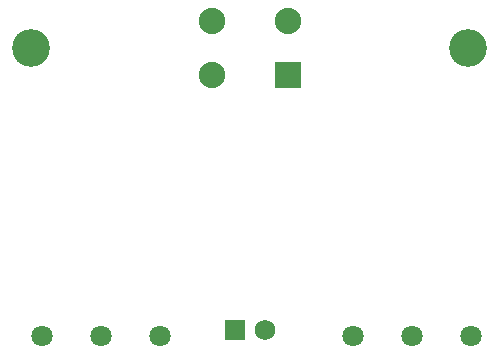
<source format=gbs>
G04 Layer_Color=16711935*
%FSLAX24Y24*%
%MOIN*%
G70*
G01*
G75*
%ADD39C,0.1261*%
%ADD40C,0.0710*%
%ADD41R,0.0680X0.0680*%
%ADD42C,0.0680*%
%ADD43C,0.0880*%
%ADD44R,0.0880X0.0880*%
D39*
X52756Y36614D02*
D03*
X38189D02*
D03*
D40*
X40541Y27018D02*
D03*
X38573D02*
D03*
X52874D02*
D03*
X50906D02*
D03*
X48937D02*
D03*
X42510D02*
D03*
D41*
X44980Y27205D02*
D03*
D42*
X45980D02*
D03*
D43*
X44213Y37509D02*
D03*
Y35709D02*
D03*
X46763Y37509D02*
D03*
D44*
Y35709D02*
D03*
M02*

</source>
